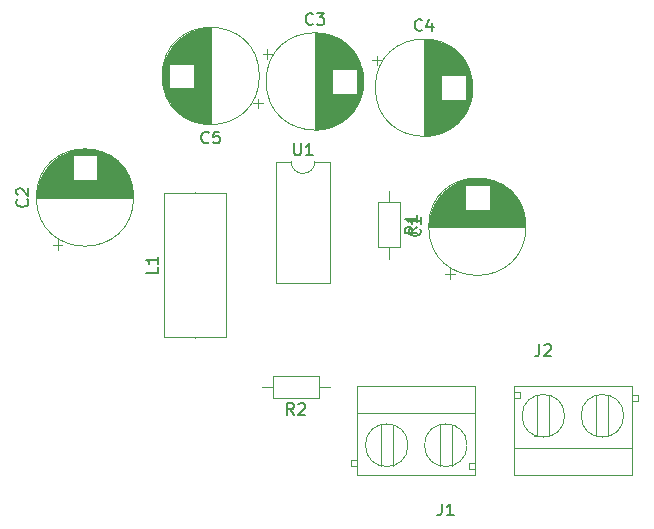
<source format=gbr>
%TF.GenerationSoftware,KiCad,Pcbnew,(5.1.9)-1*%
%TF.CreationDate,2021-09-03T17:13:07+00:00*%
%TF.ProjectId,step_down_converter,73746570-5f64-46f7-976e-5f636f6e7665,rev?*%
%TF.SameCoordinates,Original*%
%TF.FileFunction,Legend,Top*%
%TF.FilePolarity,Positive*%
%FSLAX46Y46*%
G04 Gerber Fmt 4.6, Leading zero omitted, Abs format (unit mm)*
G04 Created by KiCad (PCBNEW (5.1.9)-1) date 2021-09-03 17:13:07*
%MOMM*%
%LPD*%
G01*
G04 APERTURE LIST*
%ADD10C,0.120000*%
%ADD11C,0.150000*%
G04 APERTURE END LIST*
D10*
%TO.C,U1*%
X106490000Y-72240000D02*
X105240000Y-72240000D01*
X105240000Y-72240000D02*
X105240000Y-82520000D01*
X105240000Y-82520000D02*
X109740000Y-82520000D01*
X109740000Y-82520000D02*
X109740000Y-72240000D01*
X109740000Y-72240000D02*
X108490000Y-72240000D01*
X108490000Y-72240000D02*
G75*
G02*
X106490000Y-72240000I-1000000J0D01*
G01*
%TO.C,C1*%
X126370000Y-77750000D02*
G75*
G03*
X126370000Y-77750000I-4120000J0D01*
G01*
X118170000Y-77750000D02*
X126330000Y-77750000D01*
X118170000Y-77710000D02*
X126330000Y-77710000D01*
X118170000Y-77670000D02*
X126330000Y-77670000D01*
X118171000Y-77630000D02*
X126329000Y-77630000D01*
X118173000Y-77590000D02*
X126327000Y-77590000D01*
X118174000Y-77550000D02*
X126326000Y-77550000D01*
X118176000Y-77510000D02*
X126324000Y-77510000D01*
X118179000Y-77470000D02*
X126321000Y-77470000D01*
X118182000Y-77430000D02*
X126318000Y-77430000D01*
X118185000Y-77390000D02*
X126315000Y-77390000D01*
X118189000Y-77350000D02*
X126311000Y-77350000D01*
X118193000Y-77310000D02*
X126307000Y-77310000D01*
X118198000Y-77270000D02*
X126302000Y-77270000D01*
X118202000Y-77230000D02*
X126298000Y-77230000D01*
X118208000Y-77190000D02*
X126292000Y-77190000D01*
X118213000Y-77150000D02*
X126287000Y-77150000D01*
X118220000Y-77110000D02*
X126280000Y-77110000D01*
X118226000Y-77070000D02*
X126274000Y-77070000D01*
X118233000Y-77029000D02*
X126267000Y-77029000D01*
X118240000Y-76989000D02*
X126260000Y-76989000D01*
X118248000Y-76949000D02*
X126252000Y-76949000D01*
X118256000Y-76909000D02*
X126244000Y-76909000D01*
X118265000Y-76869000D02*
X126235000Y-76869000D01*
X118274000Y-76829000D02*
X126226000Y-76829000D01*
X118283000Y-76789000D02*
X126217000Y-76789000D01*
X118293000Y-76749000D02*
X126207000Y-76749000D01*
X118303000Y-76709000D02*
X126197000Y-76709000D01*
X118314000Y-76669000D02*
X126186000Y-76669000D01*
X118325000Y-76629000D02*
X126175000Y-76629000D01*
X118336000Y-76589000D02*
X126164000Y-76589000D01*
X118348000Y-76549000D02*
X126152000Y-76549000D01*
X118361000Y-76509000D02*
X126139000Y-76509000D01*
X118373000Y-76469000D02*
X126127000Y-76469000D01*
X118387000Y-76429000D02*
X126113000Y-76429000D01*
X118400000Y-76389000D02*
X126100000Y-76389000D01*
X118415000Y-76349000D02*
X126085000Y-76349000D01*
X118429000Y-76309000D02*
X126071000Y-76309000D01*
X118445000Y-76269000D02*
X121210000Y-76269000D01*
X123290000Y-76269000D02*
X126055000Y-76269000D01*
X118460000Y-76229000D02*
X121210000Y-76229000D01*
X123290000Y-76229000D02*
X126040000Y-76229000D01*
X118476000Y-76189000D02*
X121210000Y-76189000D01*
X123290000Y-76189000D02*
X126024000Y-76189000D01*
X118493000Y-76149000D02*
X121210000Y-76149000D01*
X123290000Y-76149000D02*
X126007000Y-76149000D01*
X118510000Y-76109000D02*
X121210000Y-76109000D01*
X123290000Y-76109000D02*
X125990000Y-76109000D01*
X118528000Y-76069000D02*
X121210000Y-76069000D01*
X123290000Y-76069000D02*
X125972000Y-76069000D01*
X118546000Y-76029000D02*
X121210000Y-76029000D01*
X123290000Y-76029000D02*
X125954000Y-76029000D01*
X118564000Y-75989000D02*
X121210000Y-75989000D01*
X123290000Y-75989000D02*
X125936000Y-75989000D01*
X118584000Y-75949000D02*
X121210000Y-75949000D01*
X123290000Y-75949000D02*
X125916000Y-75949000D01*
X118603000Y-75909000D02*
X121210000Y-75909000D01*
X123290000Y-75909000D02*
X125897000Y-75909000D01*
X118623000Y-75869000D02*
X121210000Y-75869000D01*
X123290000Y-75869000D02*
X125877000Y-75869000D01*
X118644000Y-75829000D02*
X121210000Y-75829000D01*
X123290000Y-75829000D02*
X125856000Y-75829000D01*
X118666000Y-75789000D02*
X121210000Y-75789000D01*
X123290000Y-75789000D02*
X125834000Y-75789000D01*
X118688000Y-75749000D02*
X121210000Y-75749000D01*
X123290000Y-75749000D02*
X125812000Y-75749000D01*
X118710000Y-75709000D02*
X121210000Y-75709000D01*
X123290000Y-75709000D02*
X125790000Y-75709000D01*
X118733000Y-75669000D02*
X121210000Y-75669000D01*
X123290000Y-75669000D02*
X125767000Y-75669000D01*
X118757000Y-75629000D02*
X121210000Y-75629000D01*
X123290000Y-75629000D02*
X125743000Y-75629000D01*
X118781000Y-75589000D02*
X121210000Y-75589000D01*
X123290000Y-75589000D02*
X125719000Y-75589000D01*
X118806000Y-75549000D02*
X121210000Y-75549000D01*
X123290000Y-75549000D02*
X125694000Y-75549000D01*
X118832000Y-75509000D02*
X121210000Y-75509000D01*
X123290000Y-75509000D02*
X125668000Y-75509000D01*
X118858000Y-75469000D02*
X121210000Y-75469000D01*
X123290000Y-75469000D02*
X125642000Y-75469000D01*
X118885000Y-75429000D02*
X121210000Y-75429000D01*
X123290000Y-75429000D02*
X125615000Y-75429000D01*
X118912000Y-75389000D02*
X121210000Y-75389000D01*
X123290000Y-75389000D02*
X125588000Y-75389000D01*
X118941000Y-75349000D02*
X121210000Y-75349000D01*
X123290000Y-75349000D02*
X125559000Y-75349000D01*
X118970000Y-75309000D02*
X121210000Y-75309000D01*
X123290000Y-75309000D02*
X125530000Y-75309000D01*
X119000000Y-75269000D02*
X121210000Y-75269000D01*
X123290000Y-75269000D02*
X125500000Y-75269000D01*
X119030000Y-75229000D02*
X121210000Y-75229000D01*
X123290000Y-75229000D02*
X125470000Y-75229000D01*
X119061000Y-75189000D02*
X121210000Y-75189000D01*
X123290000Y-75189000D02*
X125439000Y-75189000D01*
X119094000Y-75149000D02*
X121210000Y-75149000D01*
X123290000Y-75149000D02*
X125406000Y-75149000D01*
X119126000Y-75109000D02*
X121210000Y-75109000D01*
X123290000Y-75109000D02*
X125374000Y-75109000D01*
X119160000Y-75069000D02*
X121210000Y-75069000D01*
X123290000Y-75069000D02*
X125340000Y-75069000D01*
X119195000Y-75029000D02*
X121210000Y-75029000D01*
X123290000Y-75029000D02*
X125305000Y-75029000D01*
X119231000Y-74989000D02*
X121210000Y-74989000D01*
X123290000Y-74989000D02*
X125269000Y-74989000D01*
X119267000Y-74949000D02*
X121210000Y-74949000D01*
X123290000Y-74949000D02*
X125233000Y-74949000D01*
X119305000Y-74909000D02*
X121210000Y-74909000D01*
X123290000Y-74909000D02*
X125195000Y-74909000D01*
X119343000Y-74869000D02*
X121210000Y-74869000D01*
X123290000Y-74869000D02*
X125157000Y-74869000D01*
X119383000Y-74829000D02*
X121210000Y-74829000D01*
X123290000Y-74829000D02*
X125117000Y-74829000D01*
X119424000Y-74789000D02*
X121210000Y-74789000D01*
X123290000Y-74789000D02*
X125076000Y-74789000D01*
X119466000Y-74749000D02*
X121210000Y-74749000D01*
X123290000Y-74749000D02*
X125034000Y-74749000D01*
X119509000Y-74709000D02*
X121210000Y-74709000D01*
X123290000Y-74709000D02*
X124991000Y-74709000D01*
X119553000Y-74669000D02*
X121210000Y-74669000D01*
X123290000Y-74669000D02*
X124947000Y-74669000D01*
X119599000Y-74629000D02*
X121210000Y-74629000D01*
X123290000Y-74629000D02*
X124901000Y-74629000D01*
X119646000Y-74589000D02*
X121210000Y-74589000D01*
X123290000Y-74589000D02*
X124854000Y-74589000D01*
X119694000Y-74549000D02*
X121210000Y-74549000D01*
X123290000Y-74549000D02*
X124806000Y-74549000D01*
X119745000Y-74509000D02*
X121210000Y-74509000D01*
X123290000Y-74509000D02*
X124755000Y-74509000D01*
X119796000Y-74469000D02*
X121210000Y-74469000D01*
X123290000Y-74469000D02*
X124704000Y-74469000D01*
X119850000Y-74429000D02*
X121210000Y-74429000D01*
X123290000Y-74429000D02*
X124650000Y-74429000D01*
X119905000Y-74389000D02*
X121210000Y-74389000D01*
X123290000Y-74389000D02*
X124595000Y-74389000D01*
X119963000Y-74349000D02*
X121210000Y-74349000D01*
X123290000Y-74349000D02*
X124537000Y-74349000D01*
X120022000Y-74309000D02*
X121210000Y-74309000D01*
X123290000Y-74309000D02*
X124478000Y-74309000D01*
X120084000Y-74269000D02*
X121210000Y-74269000D01*
X123290000Y-74269000D02*
X124416000Y-74269000D01*
X120148000Y-74229000D02*
X121210000Y-74229000D01*
X123290000Y-74229000D02*
X124352000Y-74229000D01*
X120216000Y-74189000D02*
X124284000Y-74189000D01*
X120286000Y-74149000D02*
X124214000Y-74149000D01*
X120360000Y-74109000D02*
X124140000Y-74109000D01*
X120437000Y-74069000D02*
X124063000Y-74069000D01*
X120519000Y-74029000D02*
X123981000Y-74029000D01*
X120605000Y-73989000D02*
X123895000Y-73989000D01*
X120698000Y-73949000D02*
X123802000Y-73949000D01*
X120797000Y-73909000D02*
X123703000Y-73909000D01*
X120904000Y-73869000D02*
X123596000Y-73869000D01*
X121021000Y-73829000D02*
X123479000Y-73829000D01*
X121152000Y-73789000D02*
X123348000Y-73789000D01*
X121302000Y-73749000D02*
X123198000Y-73749000D01*
X121482000Y-73709000D02*
X123018000Y-73709000D01*
X121717000Y-73669000D02*
X122783000Y-73669000D01*
X119935000Y-82159698D02*
X119935000Y-81359698D01*
X119535000Y-81759698D02*
X120335000Y-81759698D01*
%TO.C,C2*%
X86315000Y-79289698D02*
X87115000Y-79289698D01*
X86715000Y-79689698D02*
X86715000Y-78889698D01*
X88497000Y-71199000D02*
X89563000Y-71199000D01*
X88262000Y-71239000D02*
X89798000Y-71239000D01*
X88082000Y-71279000D02*
X89978000Y-71279000D01*
X87932000Y-71319000D02*
X90128000Y-71319000D01*
X87801000Y-71359000D02*
X90259000Y-71359000D01*
X87684000Y-71399000D02*
X90376000Y-71399000D01*
X87577000Y-71439000D02*
X90483000Y-71439000D01*
X87478000Y-71479000D02*
X90582000Y-71479000D01*
X87385000Y-71519000D02*
X90675000Y-71519000D01*
X87299000Y-71559000D02*
X90761000Y-71559000D01*
X87217000Y-71599000D02*
X90843000Y-71599000D01*
X87140000Y-71639000D02*
X90920000Y-71639000D01*
X87066000Y-71679000D02*
X90994000Y-71679000D01*
X86996000Y-71719000D02*
X91064000Y-71719000D01*
X90070000Y-71759000D02*
X91132000Y-71759000D01*
X86928000Y-71759000D02*
X87990000Y-71759000D01*
X90070000Y-71799000D02*
X91196000Y-71799000D01*
X86864000Y-71799000D02*
X87990000Y-71799000D01*
X90070000Y-71839000D02*
X91258000Y-71839000D01*
X86802000Y-71839000D02*
X87990000Y-71839000D01*
X90070000Y-71879000D02*
X91317000Y-71879000D01*
X86743000Y-71879000D02*
X87990000Y-71879000D01*
X90070000Y-71919000D02*
X91375000Y-71919000D01*
X86685000Y-71919000D02*
X87990000Y-71919000D01*
X90070000Y-71959000D02*
X91430000Y-71959000D01*
X86630000Y-71959000D02*
X87990000Y-71959000D01*
X90070000Y-71999000D02*
X91484000Y-71999000D01*
X86576000Y-71999000D02*
X87990000Y-71999000D01*
X90070000Y-72039000D02*
X91535000Y-72039000D01*
X86525000Y-72039000D02*
X87990000Y-72039000D01*
X90070000Y-72079000D02*
X91586000Y-72079000D01*
X86474000Y-72079000D02*
X87990000Y-72079000D01*
X90070000Y-72119000D02*
X91634000Y-72119000D01*
X86426000Y-72119000D02*
X87990000Y-72119000D01*
X90070000Y-72159000D02*
X91681000Y-72159000D01*
X86379000Y-72159000D02*
X87990000Y-72159000D01*
X90070000Y-72199000D02*
X91727000Y-72199000D01*
X86333000Y-72199000D02*
X87990000Y-72199000D01*
X90070000Y-72239000D02*
X91771000Y-72239000D01*
X86289000Y-72239000D02*
X87990000Y-72239000D01*
X90070000Y-72279000D02*
X91814000Y-72279000D01*
X86246000Y-72279000D02*
X87990000Y-72279000D01*
X90070000Y-72319000D02*
X91856000Y-72319000D01*
X86204000Y-72319000D02*
X87990000Y-72319000D01*
X90070000Y-72359000D02*
X91897000Y-72359000D01*
X86163000Y-72359000D02*
X87990000Y-72359000D01*
X90070000Y-72399000D02*
X91937000Y-72399000D01*
X86123000Y-72399000D02*
X87990000Y-72399000D01*
X90070000Y-72439000D02*
X91975000Y-72439000D01*
X86085000Y-72439000D02*
X87990000Y-72439000D01*
X90070000Y-72479000D02*
X92013000Y-72479000D01*
X86047000Y-72479000D02*
X87990000Y-72479000D01*
X90070000Y-72519000D02*
X92049000Y-72519000D01*
X86011000Y-72519000D02*
X87990000Y-72519000D01*
X90070000Y-72559000D02*
X92085000Y-72559000D01*
X85975000Y-72559000D02*
X87990000Y-72559000D01*
X90070000Y-72599000D02*
X92120000Y-72599000D01*
X85940000Y-72599000D02*
X87990000Y-72599000D01*
X90070000Y-72639000D02*
X92154000Y-72639000D01*
X85906000Y-72639000D02*
X87990000Y-72639000D01*
X90070000Y-72679000D02*
X92186000Y-72679000D01*
X85874000Y-72679000D02*
X87990000Y-72679000D01*
X90070000Y-72719000D02*
X92219000Y-72719000D01*
X85841000Y-72719000D02*
X87990000Y-72719000D01*
X90070000Y-72759000D02*
X92250000Y-72759000D01*
X85810000Y-72759000D02*
X87990000Y-72759000D01*
X90070000Y-72799000D02*
X92280000Y-72799000D01*
X85780000Y-72799000D02*
X87990000Y-72799000D01*
X90070000Y-72839000D02*
X92310000Y-72839000D01*
X85750000Y-72839000D02*
X87990000Y-72839000D01*
X90070000Y-72879000D02*
X92339000Y-72879000D01*
X85721000Y-72879000D02*
X87990000Y-72879000D01*
X90070000Y-72919000D02*
X92368000Y-72919000D01*
X85692000Y-72919000D02*
X87990000Y-72919000D01*
X90070000Y-72959000D02*
X92395000Y-72959000D01*
X85665000Y-72959000D02*
X87990000Y-72959000D01*
X90070000Y-72999000D02*
X92422000Y-72999000D01*
X85638000Y-72999000D02*
X87990000Y-72999000D01*
X90070000Y-73039000D02*
X92448000Y-73039000D01*
X85612000Y-73039000D02*
X87990000Y-73039000D01*
X90070000Y-73079000D02*
X92474000Y-73079000D01*
X85586000Y-73079000D02*
X87990000Y-73079000D01*
X90070000Y-73119000D02*
X92499000Y-73119000D01*
X85561000Y-73119000D02*
X87990000Y-73119000D01*
X90070000Y-73159000D02*
X92523000Y-73159000D01*
X85537000Y-73159000D02*
X87990000Y-73159000D01*
X90070000Y-73199000D02*
X92547000Y-73199000D01*
X85513000Y-73199000D02*
X87990000Y-73199000D01*
X90070000Y-73239000D02*
X92570000Y-73239000D01*
X85490000Y-73239000D02*
X87990000Y-73239000D01*
X90070000Y-73279000D02*
X92592000Y-73279000D01*
X85468000Y-73279000D02*
X87990000Y-73279000D01*
X90070000Y-73319000D02*
X92614000Y-73319000D01*
X85446000Y-73319000D02*
X87990000Y-73319000D01*
X90070000Y-73359000D02*
X92636000Y-73359000D01*
X85424000Y-73359000D02*
X87990000Y-73359000D01*
X90070000Y-73399000D02*
X92657000Y-73399000D01*
X85403000Y-73399000D02*
X87990000Y-73399000D01*
X90070000Y-73439000D02*
X92677000Y-73439000D01*
X85383000Y-73439000D02*
X87990000Y-73439000D01*
X90070000Y-73479000D02*
X92696000Y-73479000D01*
X85364000Y-73479000D02*
X87990000Y-73479000D01*
X90070000Y-73519000D02*
X92716000Y-73519000D01*
X85344000Y-73519000D02*
X87990000Y-73519000D01*
X90070000Y-73559000D02*
X92734000Y-73559000D01*
X85326000Y-73559000D02*
X87990000Y-73559000D01*
X90070000Y-73599000D02*
X92752000Y-73599000D01*
X85308000Y-73599000D02*
X87990000Y-73599000D01*
X90070000Y-73639000D02*
X92770000Y-73639000D01*
X85290000Y-73639000D02*
X87990000Y-73639000D01*
X90070000Y-73679000D02*
X92787000Y-73679000D01*
X85273000Y-73679000D02*
X87990000Y-73679000D01*
X90070000Y-73719000D02*
X92804000Y-73719000D01*
X85256000Y-73719000D02*
X87990000Y-73719000D01*
X90070000Y-73759000D02*
X92820000Y-73759000D01*
X85240000Y-73759000D02*
X87990000Y-73759000D01*
X90070000Y-73799000D02*
X92835000Y-73799000D01*
X85225000Y-73799000D02*
X87990000Y-73799000D01*
X85209000Y-73839000D02*
X92851000Y-73839000D01*
X85195000Y-73879000D02*
X92865000Y-73879000D01*
X85180000Y-73919000D02*
X92880000Y-73919000D01*
X85167000Y-73959000D02*
X92893000Y-73959000D01*
X85153000Y-73999000D02*
X92907000Y-73999000D01*
X85141000Y-74039000D02*
X92919000Y-74039000D01*
X85128000Y-74079000D02*
X92932000Y-74079000D01*
X85116000Y-74119000D02*
X92944000Y-74119000D01*
X85105000Y-74159000D02*
X92955000Y-74159000D01*
X85094000Y-74199000D02*
X92966000Y-74199000D01*
X85083000Y-74239000D02*
X92977000Y-74239000D01*
X85073000Y-74279000D02*
X92987000Y-74279000D01*
X85063000Y-74319000D02*
X92997000Y-74319000D01*
X85054000Y-74359000D02*
X93006000Y-74359000D01*
X85045000Y-74399000D02*
X93015000Y-74399000D01*
X85036000Y-74439000D02*
X93024000Y-74439000D01*
X85028000Y-74479000D02*
X93032000Y-74479000D01*
X85020000Y-74519000D02*
X93040000Y-74519000D01*
X85013000Y-74559000D02*
X93047000Y-74559000D01*
X85006000Y-74600000D02*
X93054000Y-74600000D01*
X85000000Y-74640000D02*
X93060000Y-74640000D01*
X84993000Y-74680000D02*
X93067000Y-74680000D01*
X84988000Y-74720000D02*
X93072000Y-74720000D01*
X84982000Y-74760000D02*
X93078000Y-74760000D01*
X84978000Y-74800000D02*
X93082000Y-74800000D01*
X84973000Y-74840000D02*
X93087000Y-74840000D01*
X84969000Y-74880000D02*
X93091000Y-74880000D01*
X84965000Y-74920000D02*
X93095000Y-74920000D01*
X84962000Y-74960000D02*
X93098000Y-74960000D01*
X84959000Y-75000000D02*
X93101000Y-75000000D01*
X84956000Y-75040000D02*
X93104000Y-75040000D01*
X84954000Y-75080000D02*
X93106000Y-75080000D01*
X84953000Y-75120000D02*
X93107000Y-75120000D01*
X84951000Y-75160000D02*
X93109000Y-75160000D01*
X84950000Y-75200000D02*
X93110000Y-75200000D01*
X84950000Y-75240000D02*
X93110000Y-75240000D01*
X84950000Y-75280000D02*
X93110000Y-75280000D01*
X93150000Y-75280000D02*
G75*
G03*
X93150000Y-75280000I-4120000J0D01*
G01*
%TO.C,C3*%
X112610000Y-65450000D02*
G75*
G03*
X112610000Y-65450000I-4120000J0D01*
G01*
X108490000Y-61370000D02*
X108490000Y-69530000D01*
X108530000Y-61370000D02*
X108530000Y-69530000D01*
X108570000Y-61370000D02*
X108570000Y-69530000D01*
X108610000Y-61371000D02*
X108610000Y-69529000D01*
X108650000Y-61373000D02*
X108650000Y-69527000D01*
X108690000Y-61374000D02*
X108690000Y-69526000D01*
X108730000Y-61376000D02*
X108730000Y-69524000D01*
X108770000Y-61379000D02*
X108770000Y-69521000D01*
X108810000Y-61382000D02*
X108810000Y-69518000D01*
X108850000Y-61385000D02*
X108850000Y-69515000D01*
X108890000Y-61389000D02*
X108890000Y-69511000D01*
X108930000Y-61393000D02*
X108930000Y-69507000D01*
X108970000Y-61398000D02*
X108970000Y-69502000D01*
X109010000Y-61402000D02*
X109010000Y-69498000D01*
X109050000Y-61408000D02*
X109050000Y-69492000D01*
X109090000Y-61413000D02*
X109090000Y-69487000D01*
X109130000Y-61420000D02*
X109130000Y-69480000D01*
X109170000Y-61426000D02*
X109170000Y-69474000D01*
X109211000Y-61433000D02*
X109211000Y-69467000D01*
X109251000Y-61440000D02*
X109251000Y-69460000D01*
X109291000Y-61448000D02*
X109291000Y-69452000D01*
X109331000Y-61456000D02*
X109331000Y-69444000D01*
X109371000Y-61465000D02*
X109371000Y-69435000D01*
X109411000Y-61474000D02*
X109411000Y-69426000D01*
X109451000Y-61483000D02*
X109451000Y-69417000D01*
X109491000Y-61493000D02*
X109491000Y-69407000D01*
X109531000Y-61503000D02*
X109531000Y-69397000D01*
X109571000Y-61514000D02*
X109571000Y-69386000D01*
X109611000Y-61525000D02*
X109611000Y-69375000D01*
X109651000Y-61536000D02*
X109651000Y-69364000D01*
X109691000Y-61548000D02*
X109691000Y-69352000D01*
X109731000Y-61561000D02*
X109731000Y-69339000D01*
X109771000Y-61573000D02*
X109771000Y-69327000D01*
X109811000Y-61587000D02*
X109811000Y-69313000D01*
X109851000Y-61600000D02*
X109851000Y-69300000D01*
X109891000Y-61615000D02*
X109891000Y-69285000D01*
X109931000Y-61629000D02*
X109931000Y-69271000D01*
X109971000Y-61645000D02*
X109971000Y-64410000D01*
X109971000Y-66490000D02*
X109971000Y-69255000D01*
X110011000Y-61660000D02*
X110011000Y-64410000D01*
X110011000Y-66490000D02*
X110011000Y-69240000D01*
X110051000Y-61676000D02*
X110051000Y-64410000D01*
X110051000Y-66490000D02*
X110051000Y-69224000D01*
X110091000Y-61693000D02*
X110091000Y-64410000D01*
X110091000Y-66490000D02*
X110091000Y-69207000D01*
X110131000Y-61710000D02*
X110131000Y-64410000D01*
X110131000Y-66490000D02*
X110131000Y-69190000D01*
X110171000Y-61728000D02*
X110171000Y-64410000D01*
X110171000Y-66490000D02*
X110171000Y-69172000D01*
X110211000Y-61746000D02*
X110211000Y-64410000D01*
X110211000Y-66490000D02*
X110211000Y-69154000D01*
X110251000Y-61764000D02*
X110251000Y-64410000D01*
X110251000Y-66490000D02*
X110251000Y-69136000D01*
X110291000Y-61784000D02*
X110291000Y-64410000D01*
X110291000Y-66490000D02*
X110291000Y-69116000D01*
X110331000Y-61803000D02*
X110331000Y-64410000D01*
X110331000Y-66490000D02*
X110331000Y-69097000D01*
X110371000Y-61823000D02*
X110371000Y-64410000D01*
X110371000Y-66490000D02*
X110371000Y-69077000D01*
X110411000Y-61844000D02*
X110411000Y-64410000D01*
X110411000Y-66490000D02*
X110411000Y-69056000D01*
X110451000Y-61866000D02*
X110451000Y-64410000D01*
X110451000Y-66490000D02*
X110451000Y-69034000D01*
X110491000Y-61888000D02*
X110491000Y-64410000D01*
X110491000Y-66490000D02*
X110491000Y-69012000D01*
X110531000Y-61910000D02*
X110531000Y-64410000D01*
X110531000Y-66490000D02*
X110531000Y-68990000D01*
X110571000Y-61933000D02*
X110571000Y-64410000D01*
X110571000Y-66490000D02*
X110571000Y-68967000D01*
X110611000Y-61957000D02*
X110611000Y-64410000D01*
X110611000Y-66490000D02*
X110611000Y-68943000D01*
X110651000Y-61981000D02*
X110651000Y-64410000D01*
X110651000Y-66490000D02*
X110651000Y-68919000D01*
X110691000Y-62006000D02*
X110691000Y-64410000D01*
X110691000Y-66490000D02*
X110691000Y-68894000D01*
X110731000Y-62032000D02*
X110731000Y-64410000D01*
X110731000Y-66490000D02*
X110731000Y-68868000D01*
X110771000Y-62058000D02*
X110771000Y-64410000D01*
X110771000Y-66490000D02*
X110771000Y-68842000D01*
X110811000Y-62085000D02*
X110811000Y-64410000D01*
X110811000Y-66490000D02*
X110811000Y-68815000D01*
X110851000Y-62112000D02*
X110851000Y-64410000D01*
X110851000Y-66490000D02*
X110851000Y-68788000D01*
X110891000Y-62141000D02*
X110891000Y-64410000D01*
X110891000Y-66490000D02*
X110891000Y-68759000D01*
X110931000Y-62170000D02*
X110931000Y-64410000D01*
X110931000Y-66490000D02*
X110931000Y-68730000D01*
X110971000Y-62200000D02*
X110971000Y-64410000D01*
X110971000Y-66490000D02*
X110971000Y-68700000D01*
X111011000Y-62230000D02*
X111011000Y-64410000D01*
X111011000Y-66490000D02*
X111011000Y-68670000D01*
X111051000Y-62261000D02*
X111051000Y-64410000D01*
X111051000Y-66490000D02*
X111051000Y-68639000D01*
X111091000Y-62294000D02*
X111091000Y-64410000D01*
X111091000Y-66490000D02*
X111091000Y-68606000D01*
X111131000Y-62326000D02*
X111131000Y-64410000D01*
X111131000Y-66490000D02*
X111131000Y-68574000D01*
X111171000Y-62360000D02*
X111171000Y-64410000D01*
X111171000Y-66490000D02*
X111171000Y-68540000D01*
X111211000Y-62395000D02*
X111211000Y-64410000D01*
X111211000Y-66490000D02*
X111211000Y-68505000D01*
X111251000Y-62431000D02*
X111251000Y-64410000D01*
X111251000Y-66490000D02*
X111251000Y-68469000D01*
X111291000Y-62467000D02*
X111291000Y-64410000D01*
X111291000Y-66490000D02*
X111291000Y-68433000D01*
X111331000Y-62505000D02*
X111331000Y-64410000D01*
X111331000Y-66490000D02*
X111331000Y-68395000D01*
X111371000Y-62543000D02*
X111371000Y-64410000D01*
X111371000Y-66490000D02*
X111371000Y-68357000D01*
X111411000Y-62583000D02*
X111411000Y-64410000D01*
X111411000Y-66490000D02*
X111411000Y-68317000D01*
X111451000Y-62624000D02*
X111451000Y-64410000D01*
X111451000Y-66490000D02*
X111451000Y-68276000D01*
X111491000Y-62666000D02*
X111491000Y-64410000D01*
X111491000Y-66490000D02*
X111491000Y-68234000D01*
X111531000Y-62709000D02*
X111531000Y-64410000D01*
X111531000Y-66490000D02*
X111531000Y-68191000D01*
X111571000Y-62753000D02*
X111571000Y-64410000D01*
X111571000Y-66490000D02*
X111571000Y-68147000D01*
X111611000Y-62799000D02*
X111611000Y-64410000D01*
X111611000Y-66490000D02*
X111611000Y-68101000D01*
X111651000Y-62846000D02*
X111651000Y-64410000D01*
X111651000Y-66490000D02*
X111651000Y-68054000D01*
X111691000Y-62894000D02*
X111691000Y-64410000D01*
X111691000Y-66490000D02*
X111691000Y-68006000D01*
X111731000Y-62945000D02*
X111731000Y-64410000D01*
X111731000Y-66490000D02*
X111731000Y-67955000D01*
X111771000Y-62996000D02*
X111771000Y-64410000D01*
X111771000Y-66490000D02*
X111771000Y-67904000D01*
X111811000Y-63050000D02*
X111811000Y-64410000D01*
X111811000Y-66490000D02*
X111811000Y-67850000D01*
X111851000Y-63105000D02*
X111851000Y-64410000D01*
X111851000Y-66490000D02*
X111851000Y-67795000D01*
X111891000Y-63163000D02*
X111891000Y-64410000D01*
X111891000Y-66490000D02*
X111891000Y-67737000D01*
X111931000Y-63222000D02*
X111931000Y-64410000D01*
X111931000Y-66490000D02*
X111931000Y-67678000D01*
X111971000Y-63284000D02*
X111971000Y-64410000D01*
X111971000Y-66490000D02*
X111971000Y-67616000D01*
X112011000Y-63348000D02*
X112011000Y-64410000D01*
X112011000Y-66490000D02*
X112011000Y-67552000D01*
X112051000Y-63416000D02*
X112051000Y-67484000D01*
X112091000Y-63486000D02*
X112091000Y-67414000D01*
X112131000Y-63560000D02*
X112131000Y-67340000D01*
X112171000Y-63637000D02*
X112171000Y-67263000D01*
X112211000Y-63719000D02*
X112211000Y-67181000D01*
X112251000Y-63805000D02*
X112251000Y-67095000D01*
X112291000Y-63898000D02*
X112291000Y-67002000D01*
X112331000Y-63997000D02*
X112331000Y-66903000D01*
X112371000Y-64104000D02*
X112371000Y-66796000D01*
X112411000Y-64221000D02*
X112411000Y-66679000D01*
X112451000Y-64352000D02*
X112451000Y-66548000D01*
X112491000Y-64502000D02*
X112491000Y-66398000D01*
X112531000Y-64682000D02*
X112531000Y-66218000D01*
X112571000Y-64917000D02*
X112571000Y-65983000D01*
X104080302Y-63135000D02*
X104880302Y-63135000D01*
X104480302Y-62735000D02*
X104480302Y-63535000D01*
%TO.C,C4*%
X121850000Y-65980000D02*
G75*
G03*
X121850000Y-65980000I-4120000J0D01*
G01*
X117730000Y-61900000D02*
X117730000Y-70060000D01*
X117770000Y-61900000D02*
X117770000Y-70060000D01*
X117810000Y-61900000D02*
X117810000Y-70060000D01*
X117850000Y-61901000D02*
X117850000Y-70059000D01*
X117890000Y-61903000D02*
X117890000Y-70057000D01*
X117930000Y-61904000D02*
X117930000Y-70056000D01*
X117970000Y-61906000D02*
X117970000Y-70054000D01*
X118010000Y-61909000D02*
X118010000Y-70051000D01*
X118050000Y-61912000D02*
X118050000Y-70048000D01*
X118090000Y-61915000D02*
X118090000Y-70045000D01*
X118130000Y-61919000D02*
X118130000Y-70041000D01*
X118170000Y-61923000D02*
X118170000Y-70037000D01*
X118210000Y-61928000D02*
X118210000Y-70032000D01*
X118250000Y-61932000D02*
X118250000Y-70028000D01*
X118290000Y-61938000D02*
X118290000Y-70022000D01*
X118330000Y-61943000D02*
X118330000Y-70017000D01*
X118370000Y-61950000D02*
X118370000Y-70010000D01*
X118410000Y-61956000D02*
X118410000Y-70004000D01*
X118451000Y-61963000D02*
X118451000Y-69997000D01*
X118491000Y-61970000D02*
X118491000Y-69990000D01*
X118531000Y-61978000D02*
X118531000Y-69982000D01*
X118571000Y-61986000D02*
X118571000Y-69974000D01*
X118611000Y-61995000D02*
X118611000Y-69965000D01*
X118651000Y-62004000D02*
X118651000Y-69956000D01*
X118691000Y-62013000D02*
X118691000Y-69947000D01*
X118731000Y-62023000D02*
X118731000Y-69937000D01*
X118771000Y-62033000D02*
X118771000Y-69927000D01*
X118811000Y-62044000D02*
X118811000Y-69916000D01*
X118851000Y-62055000D02*
X118851000Y-69905000D01*
X118891000Y-62066000D02*
X118891000Y-69894000D01*
X118931000Y-62078000D02*
X118931000Y-69882000D01*
X118971000Y-62091000D02*
X118971000Y-69869000D01*
X119011000Y-62103000D02*
X119011000Y-69857000D01*
X119051000Y-62117000D02*
X119051000Y-69843000D01*
X119091000Y-62130000D02*
X119091000Y-69830000D01*
X119131000Y-62145000D02*
X119131000Y-69815000D01*
X119171000Y-62159000D02*
X119171000Y-69801000D01*
X119211000Y-62175000D02*
X119211000Y-64940000D01*
X119211000Y-67020000D02*
X119211000Y-69785000D01*
X119251000Y-62190000D02*
X119251000Y-64940000D01*
X119251000Y-67020000D02*
X119251000Y-69770000D01*
X119291000Y-62206000D02*
X119291000Y-64940000D01*
X119291000Y-67020000D02*
X119291000Y-69754000D01*
X119331000Y-62223000D02*
X119331000Y-64940000D01*
X119331000Y-67020000D02*
X119331000Y-69737000D01*
X119371000Y-62240000D02*
X119371000Y-64940000D01*
X119371000Y-67020000D02*
X119371000Y-69720000D01*
X119411000Y-62258000D02*
X119411000Y-64940000D01*
X119411000Y-67020000D02*
X119411000Y-69702000D01*
X119451000Y-62276000D02*
X119451000Y-64940000D01*
X119451000Y-67020000D02*
X119451000Y-69684000D01*
X119491000Y-62294000D02*
X119491000Y-64940000D01*
X119491000Y-67020000D02*
X119491000Y-69666000D01*
X119531000Y-62314000D02*
X119531000Y-64940000D01*
X119531000Y-67020000D02*
X119531000Y-69646000D01*
X119571000Y-62333000D02*
X119571000Y-64940000D01*
X119571000Y-67020000D02*
X119571000Y-69627000D01*
X119611000Y-62353000D02*
X119611000Y-64940000D01*
X119611000Y-67020000D02*
X119611000Y-69607000D01*
X119651000Y-62374000D02*
X119651000Y-64940000D01*
X119651000Y-67020000D02*
X119651000Y-69586000D01*
X119691000Y-62396000D02*
X119691000Y-64940000D01*
X119691000Y-67020000D02*
X119691000Y-69564000D01*
X119731000Y-62418000D02*
X119731000Y-64940000D01*
X119731000Y-67020000D02*
X119731000Y-69542000D01*
X119771000Y-62440000D02*
X119771000Y-64940000D01*
X119771000Y-67020000D02*
X119771000Y-69520000D01*
X119811000Y-62463000D02*
X119811000Y-64940000D01*
X119811000Y-67020000D02*
X119811000Y-69497000D01*
X119851000Y-62487000D02*
X119851000Y-64940000D01*
X119851000Y-67020000D02*
X119851000Y-69473000D01*
X119891000Y-62511000D02*
X119891000Y-64940000D01*
X119891000Y-67020000D02*
X119891000Y-69449000D01*
X119931000Y-62536000D02*
X119931000Y-64940000D01*
X119931000Y-67020000D02*
X119931000Y-69424000D01*
X119971000Y-62562000D02*
X119971000Y-64940000D01*
X119971000Y-67020000D02*
X119971000Y-69398000D01*
X120011000Y-62588000D02*
X120011000Y-64940000D01*
X120011000Y-67020000D02*
X120011000Y-69372000D01*
X120051000Y-62615000D02*
X120051000Y-64940000D01*
X120051000Y-67020000D02*
X120051000Y-69345000D01*
X120091000Y-62642000D02*
X120091000Y-64940000D01*
X120091000Y-67020000D02*
X120091000Y-69318000D01*
X120131000Y-62671000D02*
X120131000Y-64940000D01*
X120131000Y-67020000D02*
X120131000Y-69289000D01*
X120171000Y-62700000D02*
X120171000Y-64940000D01*
X120171000Y-67020000D02*
X120171000Y-69260000D01*
X120211000Y-62730000D02*
X120211000Y-64940000D01*
X120211000Y-67020000D02*
X120211000Y-69230000D01*
X120251000Y-62760000D02*
X120251000Y-64940000D01*
X120251000Y-67020000D02*
X120251000Y-69200000D01*
X120291000Y-62791000D02*
X120291000Y-64940000D01*
X120291000Y-67020000D02*
X120291000Y-69169000D01*
X120331000Y-62824000D02*
X120331000Y-64940000D01*
X120331000Y-67020000D02*
X120331000Y-69136000D01*
X120371000Y-62856000D02*
X120371000Y-64940000D01*
X120371000Y-67020000D02*
X120371000Y-69104000D01*
X120411000Y-62890000D02*
X120411000Y-64940000D01*
X120411000Y-67020000D02*
X120411000Y-69070000D01*
X120451000Y-62925000D02*
X120451000Y-64940000D01*
X120451000Y-67020000D02*
X120451000Y-69035000D01*
X120491000Y-62961000D02*
X120491000Y-64940000D01*
X120491000Y-67020000D02*
X120491000Y-68999000D01*
X120531000Y-62997000D02*
X120531000Y-64940000D01*
X120531000Y-67020000D02*
X120531000Y-68963000D01*
X120571000Y-63035000D02*
X120571000Y-64940000D01*
X120571000Y-67020000D02*
X120571000Y-68925000D01*
X120611000Y-63073000D02*
X120611000Y-64940000D01*
X120611000Y-67020000D02*
X120611000Y-68887000D01*
X120651000Y-63113000D02*
X120651000Y-64940000D01*
X120651000Y-67020000D02*
X120651000Y-68847000D01*
X120691000Y-63154000D02*
X120691000Y-64940000D01*
X120691000Y-67020000D02*
X120691000Y-68806000D01*
X120731000Y-63196000D02*
X120731000Y-64940000D01*
X120731000Y-67020000D02*
X120731000Y-68764000D01*
X120771000Y-63239000D02*
X120771000Y-64940000D01*
X120771000Y-67020000D02*
X120771000Y-68721000D01*
X120811000Y-63283000D02*
X120811000Y-64940000D01*
X120811000Y-67020000D02*
X120811000Y-68677000D01*
X120851000Y-63329000D02*
X120851000Y-64940000D01*
X120851000Y-67020000D02*
X120851000Y-68631000D01*
X120891000Y-63376000D02*
X120891000Y-64940000D01*
X120891000Y-67020000D02*
X120891000Y-68584000D01*
X120931000Y-63424000D02*
X120931000Y-64940000D01*
X120931000Y-67020000D02*
X120931000Y-68536000D01*
X120971000Y-63475000D02*
X120971000Y-64940000D01*
X120971000Y-67020000D02*
X120971000Y-68485000D01*
X121011000Y-63526000D02*
X121011000Y-64940000D01*
X121011000Y-67020000D02*
X121011000Y-68434000D01*
X121051000Y-63580000D02*
X121051000Y-64940000D01*
X121051000Y-67020000D02*
X121051000Y-68380000D01*
X121091000Y-63635000D02*
X121091000Y-64940000D01*
X121091000Y-67020000D02*
X121091000Y-68325000D01*
X121131000Y-63693000D02*
X121131000Y-64940000D01*
X121131000Y-67020000D02*
X121131000Y-68267000D01*
X121171000Y-63752000D02*
X121171000Y-64940000D01*
X121171000Y-67020000D02*
X121171000Y-68208000D01*
X121211000Y-63814000D02*
X121211000Y-64940000D01*
X121211000Y-67020000D02*
X121211000Y-68146000D01*
X121251000Y-63878000D02*
X121251000Y-64940000D01*
X121251000Y-67020000D02*
X121251000Y-68082000D01*
X121291000Y-63946000D02*
X121291000Y-68014000D01*
X121331000Y-64016000D02*
X121331000Y-67944000D01*
X121371000Y-64090000D02*
X121371000Y-67870000D01*
X121411000Y-64167000D02*
X121411000Y-67793000D01*
X121451000Y-64249000D02*
X121451000Y-67711000D01*
X121491000Y-64335000D02*
X121491000Y-67625000D01*
X121531000Y-64428000D02*
X121531000Y-67532000D01*
X121571000Y-64527000D02*
X121571000Y-67433000D01*
X121611000Y-64634000D02*
X121611000Y-67326000D01*
X121651000Y-64751000D02*
X121651000Y-67209000D01*
X121691000Y-64882000D02*
X121691000Y-67078000D01*
X121731000Y-65032000D02*
X121731000Y-66928000D01*
X121771000Y-65212000D02*
X121771000Y-66748000D01*
X121811000Y-65447000D02*
X121811000Y-66513000D01*
X113320302Y-63665000D02*
X114120302Y-63665000D01*
X113720302Y-63265000D02*
X113720302Y-64065000D01*
%TO.C,C5*%
X103689698Y-67705000D02*
X103689698Y-66905000D01*
X104089698Y-67305000D02*
X103289698Y-67305000D01*
X95599000Y-65523000D02*
X95599000Y-64457000D01*
X95639000Y-65758000D02*
X95639000Y-64222000D01*
X95679000Y-65938000D02*
X95679000Y-64042000D01*
X95719000Y-66088000D02*
X95719000Y-63892000D01*
X95759000Y-66219000D02*
X95759000Y-63761000D01*
X95799000Y-66336000D02*
X95799000Y-63644000D01*
X95839000Y-66443000D02*
X95839000Y-63537000D01*
X95879000Y-66542000D02*
X95879000Y-63438000D01*
X95919000Y-66635000D02*
X95919000Y-63345000D01*
X95959000Y-66721000D02*
X95959000Y-63259000D01*
X95999000Y-66803000D02*
X95999000Y-63177000D01*
X96039000Y-66880000D02*
X96039000Y-63100000D01*
X96079000Y-66954000D02*
X96079000Y-63026000D01*
X96119000Y-67024000D02*
X96119000Y-62956000D01*
X96159000Y-63950000D02*
X96159000Y-62888000D01*
X96159000Y-67092000D02*
X96159000Y-66030000D01*
X96199000Y-63950000D02*
X96199000Y-62824000D01*
X96199000Y-67156000D02*
X96199000Y-66030000D01*
X96239000Y-63950000D02*
X96239000Y-62762000D01*
X96239000Y-67218000D02*
X96239000Y-66030000D01*
X96279000Y-63950000D02*
X96279000Y-62703000D01*
X96279000Y-67277000D02*
X96279000Y-66030000D01*
X96319000Y-63950000D02*
X96319000Y-62645000D01*
X96319000Y-67335000D02*
X96319000Y-66030000D01*
X96359000Y-63950000D02*
X96359000Y-62590000D01*
X96359000Y-67390000D02*
X96359000Y-66030000D01*
X96399000Y-63950000D02*
X96399000Y-62536000D01*
X96399000Y-67444000D02*
X96399000Y-66030000D01*
X96439000Y-63950000D02*
X96439000Y-62485000D01*
X96439000Y-67495000D02*
X96439000Y-66030000D01*
X96479000Y-63950000D02*
X96479000Y-62434000D01*
X96479000Y-67546000D02*
X96479000Y-66030000D01*
X96519000Y-63950000D02*
X96519000Y-62386000D01*
X96519000Y-67594000D02*
X96519000Y-66030000D01*
X96559000Y-63950000D02*
X96559000Y-62339000D01*
X96559000Y-67641000D02*
X96559000Y-66030000D01*
X96599000Y-63950000D02*
X96599000Y-62293000D01*
X96599000Y-67687000D02*
X96599000Y-66030000D01*
X96639000Y-63950000D02*
X96639000Y-62249000D01*
X96639000Y-67731000D02*
X96639000Y-66030000D01*
X96679000Y-63950000D02*
X96679000Y-62206000D01*
X96679000Y-67774000D02*
X96679000Y-66030000D01*
X96719000Y-63950000D02*
X96719000Y-62164000D01*
X96719000Y-67816000D02*
X96719000Y-66030000D01*
X96759000Y-63950000D02*
X96759000Y-62123000D01*
X96759000Y-67857000D02*
X96759000Y-66030000D01*
X96799000Y-63950000D02*
X96799000Y-62083000D01*
X96799000Y-67897000D02*
X96799000Y-66030000D01*
X96839000Y-63950000D02*
X96839000Y-62045000D01*
X96839000Y-67935000D02*
X96839000Y-66030000D01*
X96879000Y-63950000D02*
X96879000Y-62007000D01*
X96879000Y-67973000D02*
X96879000Y-66030000D01*
X96919000Y-63950000D02*
X96919000Y-61971000D01*
X96919000Y-68009000D02*
X96919000Y-66030000D01*
X96959000Y-63950000D02*
X96959000Y-61935000D01*
X96959000Y-68045000D02*
X96959000Y-66030000D01*
X96999000Y-63950000D02*
X96999000Y-61900000D01*
X96999000Y-68080000D02*
X96999000Y-66030000D01*
X97039000Y-63950000D02*
X97039000Y-61866000D01*
X97039000Y-68114000D02*
X97039000Y-66030000D01*
X97079000Y-63950000D02*
X97079000Y-61834000D01*
X97079000Y-68146000D02*
X97079000Y-66030000D01*
X97119000Y-63950000D02*
X97119000Y-61801000D01*
X97119000Y-68179000D02*
X97119000Y-66030000D01*
X97159000Y-63950000D02*
X97159000Y-61770000D01*
X97159000Y-68210000D02*
X97159000Y-66030000D01*
X97199000Y-63950000D02*
X97199000Y-61740000D01*
X97199000Y-68240000D02*
X97199000Y-66030000D01*
X97239000Y-63950000D02*
X97239000Y-61710000D01*
X97239000Y-68270000D02*
X97239000Y-66030000D01*
X97279000Y-63950000D02*
X97279000Y-61681000D01*
X97279000Y-68299000D02*
X97279000Y-66030000D01*
X97319000Y-63950000D02*
X97319000Y-61652000D01*
X97319000Y-68328000D02*
X97319000Y-66030000D01*
X97359000Y-63950000D02*
X97359000Y-61625000D01*
X97359000Y-68355000D02*
X97359000Y-66030000D01*
X97399000Y-63950000D02*
X97399000Y-61598000D01*
X97399000Y-68382000D02*
X97399000Y-66030000D01*
X97439000Y-63950000D02*
X97439000Y-61572000D01*
X97439000Y-68408000D02*
X97439000Y-66030000D01*
X97479000Y-63950000D02*
X97479000Y-61546000D01*
X97479000Y-68434000D02*
X97479000Y-66030000D01*
X97519000Y-63950000D02*
X97519000Y-61521000D01*
X97519000Y-68459000D02*
X97519000Y-66030000D01*
X97559000Y-63950000D02*
X97559000Y-61497000D01*
X97559000Y-68483000D02*
X97559000Y-66030000D01*
X97599000Y-63950000D02*
X97599000Y-61473000D01*
X97599000Y-68507000D02*
X97599000Y-66030000D01*
X97639000Y-63950000D02*
X97639000Y-61450000D01*
X97639000Y-68530000D02*
X97639000Y-66030000D01*
X97679000Y-63950000D02*
X97679000Y-61428000D01*
X97679000Y-68552000D02*
X97679000Y-66030000D01*
X97719000Y-63950000D02*
X97719000Y-61406000D01*
X97719000Y-68574000D02*
X97719000Y-66030000D01*
X97759000Y-63950000D02*
X97759000Y-61384000D01*
X97759000Y-68596000D02*
X97759000Y-66030000D01*
X97799000Y-63950000D02*
X97799000Y-61363000D01*
X97799000Y-68617000D02*
X97799000Y-66030000D01*
X97839000Y-63950000D02*
X97839000Y-61343000D01*
X97839000Y-68637000D02*
X97839000Y-66030000D01*
X97879000Y-63950000D02*
X97879000Y-61324000D01*
X97879000Y-68656000D02*
X97879000Y-66030000D01*
X97919000Y-63950000D02*
X97919000Y-61304000D01*
X97919000Y-68676000D02*
X97919000Y-66030000D01*
X97959000Y-63950000D02*
X97959000Y-61286000D01*
X97959000Y-68694000D02*
X97959000Y-66030000D01*
X97999000Y-63950000D02*
X97999000Y-61268000D01*
X97999000Y-68712000D02*
X97999000Y-66030000D01*
X98039000Y-63950000D02*
X98039000Y-61250000D01*
X98039000Y-68730000D02*
X98039000Y-66030000D01*
X98079000Y-63950000D02*
X98079000Y-61233000D01*
X98079000Y-68747000D02*
X98079000Y-66030000D01*
X98119000Y-63950000D02*
X98119000Y-61216000D01*
X98119000Y-68764000D02*
X98119000Y-66030000D01*
X98159000Y-63950000D02*
X98159000Y-61200000D01*
X98159000Y-68780000D02*
X98159000Y-66030000D01*
X98199000Y-63950000D02*
X98199000Y-61185000D01*
X98199000Y-68795000D02*
X98199000Y-66030000D01*
X98239000Y-68811000D02*
X98239000Y-61169000D01*
X98279000Y-68825000D02*
X98279000Y-61155000D01*
X98319000Y-68840000D02*
X98319000Y-61140000D01*
X98359000Y-68853000D02*
X98359000Y-61127000D01*
X98399000Y-68867000D02*
X98399000Y-61113000D01*
X98439000Y-68879000D02*
X98439000Y-61101000D01*
X98479000Y-68892000D02*
X98479000Y-61088000D01*
X98519000Y-68904000D02*
X98519000Y-61076000D01*
X98559000Y-68915000D02*
X98559000Y-61065000D01*
X98599000Y-68926000D02*
X98599000Y-61054000D01*
X98639000Y-68937000D02*
X98639000Y-61043000D01*
X98679000Y-68947000D02*
X98679000Y-61033000D01*
X98719000Y-68957000D02*
X98719000Y-61023000D01*
X98759000Y-68966000D02*
X98759000Y-61014000D01*
X98799000Y-68975000D02*
X98799000Y-61005000D01*
X98839000Y-68984000D02*
X98839000Y-60996000D01*
X98879000Y-68992000D02*
X98879000Y-60988000D01*
X98919000Y-69000000D02*
X98919000Y-60980000D01*
X98959000Y-69007000D02*
X98959000Y-60973000D01*
X99000000Y-69014000D02*
X99000000Y-60966000D01*
X99040000Y-69020000D02*
X99040000Y-60960000D01*
X99080000Y-69027000D02*
X99080000Y-60953000D01*
X99120000Y-69032000D02*
X99120000Y-60948000D01*
X99160000Y-69038000D02*
X99160000Y-60942000D01*
X99200000Y-69042000D02*
X99200000Y-60938000D01*
X99240000Y-69047000D02*
X99240000Y-60933000D01*
X99280000Y-69051000D02*
X99280000Y-60929000D01*
X99320000Y-69055000D02*
X99320000Y-60925000D01*
X99360000Y-69058000D02*
X99360000Y-60922000D01*
X99400000Y-69061000D02*
X99400000Y-60919000D01*
X99440000Y-69064000D02*
X99440000Y-60916000D01*
X99480000Y-69066000D02*
X99480000Y-60914000D01*
X99520000Y-69067000D02*
X99520000Y-60913000D01*
X99560000Y-69069000D02*
X99560000Y-60911000D01*
X99600000Y-69070000D02*
X99600000Y-60910000D01*
X99640000Y-69070000D02*
X99640000Y-60910000D01*
X99680000Y-69070000D02*
X99680000Y-60910000D01*
X103800000Y-64990000D02*
G75*
G03*
X103800000Y-64990000I-4120000J0D01*
G01*
%TO.C,J1*%
X122080000Y-98750000D02*
X112080000Y-98750000D01*
X112080000Y-98750000D02*
X112080000Y-91250000D01*
X112080000Y-91250000D02*
X122080000Y-91250000D01*
X122080000Y-91250000D02*
X122080000Y-98750000D01*
X121382776Y-96250000D02*
G75*
G03*
X121382776Y-96250000I-1802776J0D01*
G01*
X116382776Y-96250000D02*
G75*
G03*
X116382776Y-96250000I-1802776J0D01*
G01*
X120080000Y-98000000D02*
X120080000Y-94500000D01*
X120080000Y-94500000D02*
X120330000Y-94500000D01*
X119080000Y-98000000D02*
X119080000Y-94500000D01*
X115080000Y-98000000D02*
X115080000Y-94500000D01*
X114080000Y-98000000D02*
X114080000Y-94500000D01*
X112080000Y-98000000D02*
X111580000Y-98000000D01*
X111580000Y-98000000D02*
X111580000Y-97500000D01*
X111580000Y-97500000D02*
X112080000Y-97500000D01*
X122080000Y-98250000D02*
X121580000Y-98250000D01*
X121580000Y-98250000D02*
X121580000Y-97750000D01*
X121580000Y-97750000D02*
X122080000Y-97750000D01*
X122080000Y-93500000D02*
X112080000Y-93500000D01*
%TO.C,J2*%
X125340000Y-96510000D02*
X135340000Y-96510000D01*
X125840000Y-92260000D02*
X125340000Y-92260000D01*
X125840000Y-91760000D02*
X125840000Y-92260000D01*
X125340000Y-91760000D02*
X125840000Y-91760000D01*
X135840000Y-92510000D02*
X135340000Y-92510000D01*
X135840000Y-92010000D02*
X135840000Y-92510000D01*
X135340000Y-92010000D02*
X135840000Y-92010000D01*
X133340000Y-92010000D02*
X133340000Y-95510000D01*
X132340000Y-92010000D02*
X132340000Y-95510000D01*
X128340000Y-92010000D02*
X128340000Y-95510000D01*
X127340000Y-95510000D02*
X127090000Y-95510000D01*
X127340000Y-92010000D02*
X127340000Y-95510000D01*
X134642776Y-93760000D02*
G75*
G03*
X134642776Y-93760000I-1802776J0D01*
G01*
X129642776Y-93760000D02*
G75*
G03*
X129642776Y-93760000I-1802776J0D01*
G01*
X125340000Y-98760000D02*
X125340000Y-91260000D01*
X135340000Y-98760000D02*
X125340000Y-98760000D01*
X135340000Y-91260000D02*
X135340000Y-98760000D01*
X125340000Y-91260000D02*
X135340000Y-91260000D01*
%TO.C,L1*%
X95740000Y-87110000D02*
X100980000Y-87110000D01*
X100980000Y-87110000D02*
X100980000Y-74870000D01*
X100980000Y-74870000D02*
X95740000Y-74870000D01*
X95740000Y-74870000D02*
X95740000Y-87110000D01*
X98360000Y-87170000D02*
X98360000Y-87110000D01*
X98360000Y-74810000D02*
X98360000Y-74870000D01*
%TO.C,R1*%
X115710000Y-75660000D02*
X113870000Y-75660000D01*
X113870000Y-75660000D02*
X113870000Y-79500000D01*
X113870000Y-79500000D02*
X115710000Y-79500000D01*
X115710000Y-79500000D02*
X115710000Y-75660000D01*
X114790000Y-74710000D02*
X114790000Y-75660000D01*
X114790000Y-80450000D02*
X114790000Y-79500000D01*
%TO.C,R2*%
X104020000Y-91300000D02*
X104970000Y-91300000D01*
X109760000Y-91300000D02*
X108810000Y-91300000D01*
X104970000Y-92220000D02*
X108810000Y-92220000D01*
X104970000Y-90380000D02*
X104970000Y-92220000D01*
X108810000Y-90380000D02*
X104970000Y-90380000D01*
X108810000Y-92220000D02*
X108810000Y-90380000D01*
%TO.C,U1*%
D11*
X106728095Y-70692380D02*
X106728095Y-71501904D01*
X106775714Y-71597142D01*
X106823333Y-71644761D01*
X106918571Y-71692380D01*
X107109047Y-71692380D01*
X107204285Y-71644761D01*
X107251904Y-71597142D01*
X107299523Y-71501904D01*
X107299523Y-70692380D01*
X108299523Y-71692380D02*
X107728095Y-71692380D01*
X108013809Y-71692380D02*
X108013809Y-70692380D01*
X107918571Y-70835238D01*
X107823333Y-70930476D01*
X107728095Y-70978095D01*
%TO.C,C1*%
X117357142Y-77916666D02*
X117404761Y-77964285D01*
X117452380Y-78107142D01*
X117452380Y-78202380D01*
X117404761Y-78345238D01*
X117309523Y-78440476D01*
X117214285Y-78488095D01*
X117023809Y-78535714D01*
X116880952Y-78535714D01*
X116690476Y-78488095D01*
X116595238Y-78440476D01*
X116500000Y-78345238D01*
X116452380Y-78202380D01*
X116452380Y-78107142D01*
X116500000Y-77964285D01*
X116547619Y-77916666D01*
X117452380Y-76964285D02*
X117452380Y-77535714D01*
X117452380Y-77250000D02*
X116452380Y-77250000D01*
X116595238Y-77345238D01*
X116690476Y-77440476D01*
X116738095Y-77535714D01*
%TO.C,C2*%
X84137142Y-75446666D02*
X84184761Y-75494285D01*
X84232380Y-75637142D01*
X84232380Y-75732380D01*
X84184761Y-75875238D01*
X84089523Y-75970476D01*
X83994285Y-76018095D01*
X83803809Y-76065714D01*
X83660952Y-76065714D01*
X83470476Y-76018095D01*
X83375238Y-75970476D01*
X83280000Y-75875238D01*
X83232380Y-75732380D01*
X83232380Y-75637142D01*
X83280000Y-75494285D01*
X83327619Y-75446666D01*
X83327619Y-75065714D02*
X83280000Y-75018095D01*
X83232380Y-74922857D01*
X83232380Y-74684761D01*
X83280000Y-74589523D01*
X83327619Y-74541904D01*
X83422857Y-74494285D01*
X83518095Y-74494285D01*
X83660952Y-74541904D01*
X84232380Y-75113333D01*
X84232380Y-74494285D01*
%TO.C,C3*%
X108323333Y-60557142D02*
X108275714Y-60604761D01*
X108132857Y-60652380D01*
X108037619Y-60652380D01*
X107894761Y-60604761D01*
X107799523Y-60509523D01*
X107751904Y-60414285D01*
X107704285Y-60223809D01*
X107704285Y-60080952D01*
X107751904Y-59890476D01*
X107799523Y-59795238D01*
X107894761Y-59700000D01*
X108037619Y-59652380D01*
X108132857Y-59652380D01*
X108275714Y-59700000D01*
X108323333Y-59747619D01*
X108656666Y-59652380D02*
X109275714Y-59652380D01*
X108942380Y-60033333D01*
X109085238Y-60033333D01*
X109180476Y-60080952D01*
X109228095Y-60128571D01*
X109275714Y-60223809D01*
X109275714Y-60461904D01*
X109228095Y-60557142D01*
X109180476Y-60604761D01*
X109085238Y-60652380D01*
X108799523Y-60652380D01*
X108704285Y-60604761D01*
X108656666Y-60557142D01*
%TO.C,C4*%
X117563333Y-61087142D02*
X117515714Y-61134761D01*
X117372857Y-61182380D01*
X117277619Y-61182380D01*
X117134761Y-61134761D01*
X117039523Y-61039523D01*
X116991904Y-60944285D01*
X116944285Y-60753809D01*
X116944285Y-60610952D01*
X116991904Y-60420476D01*
X117039523Y-60325238D01*
X117134761Y-60230000D01*
X117277619Y-60182380D01*
X117372857Y-60182380D01*
X117515714Y-60230000D01*
X117563333Y-60277619D01*
X118420476Y-60515714D02*
X118420476Y-61182380D01*
X118182380Y-60134761D02*
X117944285Y-60849047D01*
X118563333Y-60849047D01*
%TO.C,C5*%
X99513333Y-70597142D02*
X99465714Y-70644761D01*
X99322857Y-70692380D01*
X99227619Y-70692380D01*
X99084761Y-70644761D01*
X98989523Y-70549523D01*
X98941904Y-70454285D01*
X98894285Y-70263809D01*
X98894285Y-70120952D01*
X98941904Y-69930476D01*
X98989523Y-69835238D01*
X99084761Y-69740000D01*
X99227619Y-69692380D01*
X99322857Y-69692380D01*
X99465714Y-69740000D01*
X99513333Y-69787619D01*
X100418095Y-69692380D02*
X99941904Y-69692380D01*
X99894285Y-70168571D01*
X99941904Y-70120952D01*
X100037142Y-70073333D01*
X100275238Y-70073333D01*
X100370476Y-70120952D01*
X100418095Y-70168571D01*
X100465714Y-70263809D01*
X100465714Y-70501904D01*
X100418095Y-70597142D01*
X100370476Y-70644761D01*
X100275238Y-70692380D01*
X100037142Y-70692380D01*
X99941904Y-70644761D01*
X99894285Y-70597142D01*
%TO.C,J1*%
X119246666Y-101202380D02*
X119246666Y-101916666D01*
X119199047Y-102059523D01*
X119103809Y-102154761D01*
X118960952Y-102202380D01*
X118865714Y-102202380D01*
X120246666Y-102202380D02*
X119675238Y-102202380D01*
X119960952Y-102202380D02*
X119960952Y-101202380D01*
X119865714Y-101345238D01*
X119770476Y-101440476D01*
X119675238Y-101488095D01*
%TO.C,J2*%
X127506666Y-87712380D02*
X127506666Y-88426666D01*
X127459047Y-88569523D01*
X127363809Y-88664761D01*
X127220952Y-88712380D01*
X127125714Y-88712380D01*
X127935238Y-87807619D02*
X127982857Y-87760000D01*
X128078095Y-87712380D01*
X128316190Y-87712380D01*
X128411428Y-87760000D01*
X128459047Y-87807619D01*
X128506666Y-87902857D01*
X128506666Y-87998095D01*
X128459047Y-88140952D01*
X127887619Y-88712380D01*
X128506666Y-88712380D01*
%TO.C,L1*%
X95192380Y-81156666D02*
X95192380Y-81632857D01*
X94192380Y-81632857D01*
X95192380Y-80299523D02*
X95192380Y-80870952D01*
X95192380Y-80585238D02*
X94192380Y-80585238D01*
X94335238Y-80680476D01*
X94430476Y-80775714D01*
X94478095Y-80870952D01*
%TO.C,R1*%
X117162380Y-77746666D02*
X116686190Y-78080000D01*
X117162380Y-78318095D02*
X116162380Y-78318095D01*
X116162380Y-77937142D01*
X116210000Y-77841904D01*
X116257619Y-77794285D01*
X116352857Y-77746666D01*
X116495714Y-77746666D01*
X116590952Y-77794285D01*
X116638571Y-77841904D01*
X116686190Y-77937142D01*
X116686190Y-78318095D01*
X117162380Y-76794285D02*
X117162380Y-77365714D01*
X117162380Y-77080000D02*
X116162380Y-77080000D01*
X116305238Y-77175238D01*
X116400476Y-77270476D01*
X116448095Y-77365714D01*
%TO.C,R2*%
X106723333Y-93672380D02*
X106390000Y-93196190D01*
X106151904Y-93672380D02*
X106151904Y-92672380D01*
X106532857Y-92672380D01*
X106628095Y-92720000D01*
X106675714Y-92767619D01*
X106723333Y-92862857D01*
X106723333Y-93005714D01*
X106675714Y-93100952D01*
X106628095Y-93148571D01*
X106532857Y-93196190D01*
X106151904Y-93196190D01*
X107104285Y-92767619D02*
X107151904Y-92720000D01*
X107247142Y-92672380D01*
X107485238Y-92672380D01*
X107580476Y-92720000D01*
X107628095Y-92767619D01*
X107675714Y-92862857D01*
X107675714Y-92958095D01*
X107628095Y-93100952D01*
X107056666Y-93672380D01*
X107675714Y-93672380D01*
%TD*%
M02*

</source>
